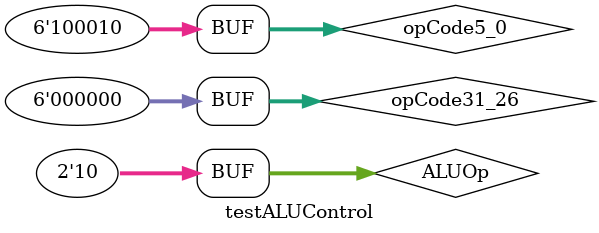
<source format=v>
`timescale 1ns / 1ps


module testALUControl;

	// Inputs
	reg [1:0] ALUOp;
	reg [5:0] opCode5_0;
	reg [5:0] opCode31_26;

	// Outputs
	wire [5:0] decodedALUOp;

	// Instantiate the Unit Under Test (UUT)
	ALUControl uut (
		.ALUOp(ALUOp), 
		.opCode5_0(opCode5_0), 
		.opCode31_26(opCode31_26), 
		.decodedALUOp(decodedALUOp)
	);

	initial begin
		// Initialize Inputs
		ALUOp = 0;
		opCode5_0 = 0;
		opCode31_26 = 0;

		// Wait 100 ns for global reset to finish
		#100;
        
		// Add stimulus here
		ALUOp = 2;
		opCode5_0 = 6'hff;
		opCode31_26 = 6'h0d;
		#100;
		
		ALUOp = 0;
		opCode5_0 = 6'h11;
		opCode31_26 = 6'hff;
		#100;
		
		ALUOp = 1;
		opCode5_0 = 6'h11;
		opCode31_26 = 6'hff;
		#100;
		
		ALUOp = 2;
		opCode5_0 = 6'h22;
		opCode31_26 = 6'h00;
		#100;
		
	end
      
endmodule


</source>
